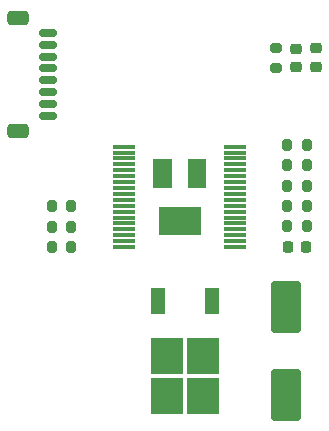
<source format=gtp>
%TF.GenerationSoftware,KiCad,Pcbnew,(6.0.7-1)-1*%
%TF.CreationDate,2023-02-20T21:04:05+08:00*%
%TF.ProjectId,driver,64726976-6572-42e6-9b69-6361645f7063,1.1*%
%TF.SameCoordinates,Original*%
%TF.FileFunction,Paste,Top*%
%TF.FilePolarity,Positive*%
%FSLAX46Y46*%
G04 Gerber Fmt 4.6, Leading zero omitted, Abs format (unit mm)*
G04 Created by KiCad (PCBNEW (6.0.7-1)-1) date 2023-02-20 21:04:05*
%MOMM*%
%LPD*%
G01*
G04 APERTURE LIST*
G04 Aperture macros list*
%AMRoundRect*
0 Rectangle with rounded corners*
0 $1 Rounding radius*
0 $2 $3 $4 $5 $6 $7 $8 $9 X,Y pos of 4 corners*
0 Add a 4 corners polygon primitive as box body*
4,1,4,$2,$3,$4,$5,$6,$7,$8,$9,$2,$3,0*
0 Add four circle primitives for the rounded corners*
1,1,$1+$1,$2,$3*
1,1,$1+$1,$4,$5*
1,1,$1+$1,$6,$7*
1,1,$1+$1,$8,$9*
0 Add four rect primitives between the rounded corners*
20,1,$1+$1,$2,$3,$4,$5,0*
20,1,$1+$1,$4,$5,$6,$7,0*
20,1,$1+$1,$6,$7,$8,$9,0*
20,1,$1+$1,$8,$9,$2,$3,0*%
G04 Aperture macros list end*
%ADD10C,0.010000*%
%ADD11RoundRect,0.200000X0.200000X0.275000X-0.200000X0.275000X-0.200000X-0.275000X0.200000X-0.275000X0*%
%ADD12RoundRect,0.218750X-0.256250X0.218750X-0.256250X-0.218750X0.256250X-0.218750X0.256250X0.218750X0*%
%ADD13RoundRect,0.014000X-0.881000X-0.161000X0.881000X-0.161000X0.881000X0.161000X-0.881000X0.161000X0*%
%ADD14RoundRect,0.200000X-0.200000X-0.275000X0.200000X-0.275000X0.200000X0.275000X-0.200000X0.275000X0*%
%ADD15RoundRect,0.218750X0.256250X-0.218750X0.256250X0.218750X-0.256250X0.218750X-0.256250X-0.218750X0*%
%ADD16RoundRect,0.200000X-0.275000X0.200000X-0.275000X-0.200000X0.275000X-0.200000X0.275000X0.200000X0*%
%ADD17RoundRect,0.225000X0.225000X0.250000X-0.225000X0.250000X-0.225000X-0.250000X0.225000X-0.250000X0*%
%ADD18RoundRect,0.150000X0.625000X-0.150000X0.625000X0.150000X-0.625000X0.150000X-0.625000X-0.150000X0*%
%ADD19RoundRect,0.250000X0.650000X-0.350000X0.650000X0.350000X-0.650000X0.350000X-0.650000X-0.350000X0*%
%ADD20RoundRect,0.250000X-1.000000X1.950000X-1.000000X-1.950000X1.000000X-1.950000X1.000000X1.950000X0*%
%ADD21R,2.750000X3.050000*%
%ADD22R,1.200000X2.200000*%
G04 APERTURE END LIST*
G36*
X112602000Y-104502150D02*
G01*
X111118000Y-104502150D01*
X111118000Y-102204150D01*
X112602000Y-102204150D01*
X112602000Y-104502150D01*
G37*
D10*
X112602000Y-104502150D02*
X111118000Y-104502150D01*
X111118000Y-102204150D01*
X112602000Y-102204150D01*
X112602000Y-104502150D01*
G36*
X109702000Y-104502150D02*
G01*
X108218000Y-104502150D01*
X108218000Y-102204150D01*
X109702000Y-102204150D01*
X109702000Y-104502150D01*
G37*
X109702000Y-104502150D02*
X108218000Y-104502150D01*
X108218000Y-102204150D01*
X109702000Y-102204150D01*
X109702000Y-104502150D01*
G36*
X112160000Y-108552150D02*
G01*
X108660000Y-108552150D01*
X108660000Y-106254150D01*
X112160000Y-106254150D01*
X112160000Y-108552150D01*
G37*
X112160000Y-108552150D02*
X108660000Y-108552150D01*
X108660000Y-106254150D01*
X112160000Y-106254150D01*
X112160000Y-108552150D01*
D11*
X121195700Y-106164350D03*
X119545700Y-106164350D03*
D12*
X120263900Y-92845050D03*
X120263900Y-94420050D03*
D11*
X101270700Y-107895950D03*
X99620700Y-107895950D03*
D13*
X105695000Y-101128150D03*
X105695000Y-101628150D03*
X105695000Y-102128150D03*
X105695000Y-102628150D03*
X105695000Y-103128150D03*
X105695000Y-103628150D03*
X105695000Y-104128150D03*
X105695000Y-104628150D03*
X105695000Y-105128150D03*
X105695000Y-105628150D03*
X105695000Y-106128150D03*
X105695000Y-106628150D03*
X105695000Y-107128150D03*
X105695000Y-107628150D03*
X105695000Y-108128150D03*
X105695000Y-108628150D03*
X105695000Y-109128150D03*
X105695000Y-109628150D03*
X115125000Y-109628150D03*
X115125000Y-109128150D03*
X115125000Y-108628150D03*
X115125000Y-108128150D03*
X115125000Y-107628150D03*
X115125000Y-107128150D03*
X115125000Y-106628150D03*
X115125000Y-106128150D03*
X115125000Y-105628150D03*
X115125000Y-105128150D03*
X115125000Y-104628150D03*
X115125000Y-104128150D03*
X115125000Y-103628150D03*
X115125000Y-103128150D03*
X115125000Y-102628150D03*
X115125000Y-102128150D03*
X115125000Y-101628150D03*
X115125000Y-101128150D03*
D14*
X99620700Y-106194150D03*
X101270700Y-106194150D03*
X99620700Y-109623150D03*
X101270700Y-109623150D03*
D15*
X121965700Y-94380050D03*
X121965700Y-92805050D03*
D11*
X121195700Y-100982750D03*
X119545700Y-100982750D03*
D14*
X119545700Y-104439550D03*
X121195700Y-104439550D03*
X119545700Y-102712350D03*
X121195700Y-102712350D03*
D16*
X118587500Y-92787550D03*
X118587500Y-94437550D03*
D17*
X121145700Y-109618750D03*
X119595700Y-109618750D03*
D18*
X99325000Y-98500000D03*
X99325000Y-97500000D03*
X99325000Y-96500000D03*
X99325000Y-95500000D03*
X99325000Y-94500000D03*
X99325000Y-93500000D03*
X99325000Y-92500000D03*
X99325000Y-91500000D03*
D19*
X96800000Y-90200000D03*
X96800000Y-99800000D03*
D20*
X119425000Y-114733750D03*
X119425000Y-122133750D03*
D11*
X121195700Y-107886350D03*
X119545700Y-107886350D03*
D21*
X109395700Y-118858750D03*
X112445700Y-118858750D03*
X109395700Y-122208750D03*
X112445700Y-122208750D03*
D22*
X113200700Y-114233750D03*
X108640700Y-114233750D03*
M02*

</source>
